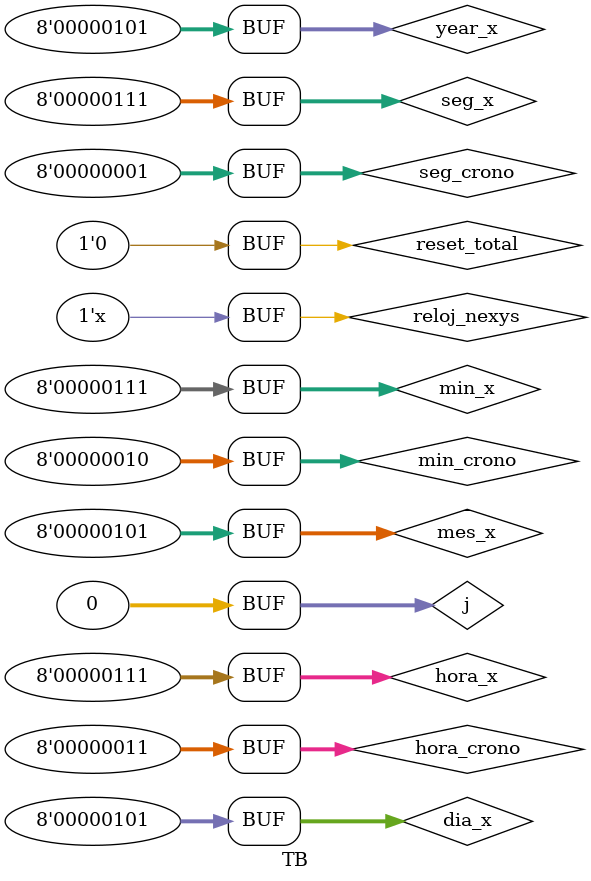
<source format=v>
`timescale 1ns / 1ps


module TB;

	// Inputs
	reg reloj_nexys;
	reg reset_total;
	reg [1:0] direc_prog;
	reg [2:0] prog_crono;
	reg [2:0] prog_fecha;
	reg [2:0] prog_hora;
	reg crono_final;
	reg tiempo;
	reg formato;
	reg [7:0] hora_x;
	reg [7:0] min_x;
	reg [7:0] seg_x;
	reg [7:0] dia_x;
	reg [7:0] mes_x;
	reg [7:0] year_x;
	reg [7:0] hora_crono;
	reg [7:0] min_crono;
	reg [7:0] seg_crono;

	// Outputs
	wire [11:0] color_salida;
	wire hsync;
	wire vsync;
	wire ON_VID;
		wire [9:0] x_p, y_p;

	// Instantiate the Unit Under Test (UUT)
	Control_VGA uut (
		.reloj_nexys(reloj_nexys), 
		.reset_total(reset_total), 
		.direc_prog(direc_prog), 
		.prog_crono(prog_crono), 
		.prog_fecha(prog_fecha), 
		.prog_hora(prog_hora), 
		.crono_final(crono_final), 
		.tiempo(tiempo), 
		.formato(formato), 
		.hora_x(hora_x), 
		.min_x(min_x), 
		.seg_x(seg_x), 
		.dia_x(dia_x), 
		.mes_x(mes_x), 
		.year_x(year_x), 
		.hora_crono(hora_crono), 
		.min_crono(min_crono), 
		.seg_crono(seg_crono), 
		.color_salida(color_salida), 
		.hsync(hsync), 
		.vsync(vsync), 
		.ON_VID(ON_VID),
		.x_p(x_p),
		.y_p(y_p)
	);

	always #5 reloj_nexys=~reloj_nexys;
	integer i;
	integer j;


	initial begin
		// Initialize Inputs
		reloj_nexys = 0;
		reset_total = 0;
		hora_crono = 0;
		min_crono= 0;
		seg_crono= 0;
		hora_x = 0;
		min_x = 0;
		seg_x = 0;
		dia_x= 0;
		mes_x= 0;
		year_x= 0;

		// Wait 100 ns for global reset to finish
		#100
		reset_total=1;
		#10
		reset_total=0;
#10
		    reset_total = 1;
		    j=0;
			 hora_crono = 0;
		min_crono = 1;
		seg_crono = 1;
		hora_x = 1;
		min_x = 1;
		seg_x = 1;
		dia_x= 1;
		mes_x= 1;
		year_x= 1;
		    #50
		reset_total = 0;
		hora_crono= 3;
		min_crono = 2;
		seg_crono= 1;
		hora_x = 7;
		min_x = 7;
		seg_x = 7;
		dia_x= 5;
		mes_x= 5;
		year_x= 5;

		 end

      
endmodule


</source>
